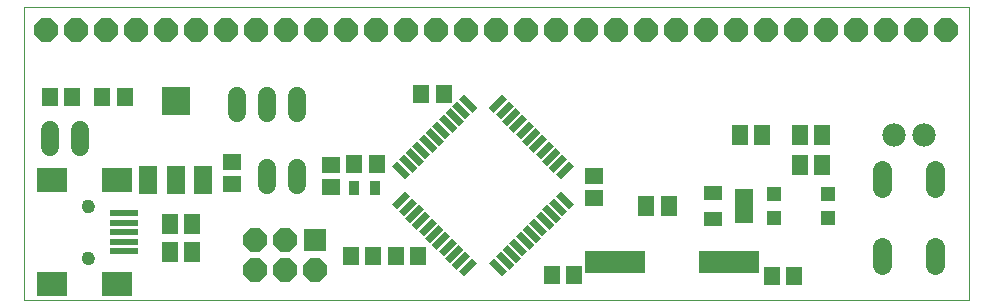
<source format=gts>
G75*
G70*
%OFA0B0*%
%FSLAX24Y24*%
%IPPOS*%
%LPD*%
%AMOC8*
5,1,8,0,0,1.08239X$1,22.5*
%
%ADD10C,0.0000*%
%ADD11R,0.0631X0.0237*%
%ADD12R,0.0237X0.0631*%
%ADD13R,0.0552X0.0631*%
%ADD14R,0.0631X0.0552*%
%ADD15R,0.0780X0.0780*%
%ADD16OC8,0.0780*%
%ADD17R,0.0552X0.0670*%
%ADD18C,0.0640*%
%ADD19C,0.0780*%
%ADD20R,0.0985X0.0827*%
%ADD21R,0.0949X0.0237*%
%ADD22C,0.0434*%
%ADD23OC8,0.0800*%
%ADD24R,0.2040X0.0740*%
%ADD25C,0.0600*%
%ADD26R,0.0355X0.0512*%
%ADD27R,0.0640X0.0940*%
%ADD28R,0.0940X0.0940*%
%ADD29R,0.0512X0.0512*%
%ADD30R,0.0591X0.1142*%
%ADD31R,0.0591X0.0512*%
D10*
X000202Y000242D02*
X000202Y009992D01*
X031702Y009992D01*
X031702Y000242D01*
X000202Y000242D01*
X002148Y001626D02*
X002150Y001653D01*
X002156Y001680D01*
X002165Y001706D01*
X002178Y001730D01*
X002194Y001753D01*
X002213Y001772D01*
X002235Y001789D01*
X002259Y001803D01*
X002284Y001813D01*
X002311Y001820D01*
X002338Y001823D01*
X002366Y001822D01*
X002393Y001817D01*
X002419Y001809D01*
X002443Y001797D01*
X002466Y001781D01*
X002487Y001763D01*
X002504Y001742D01*
X002519Y001718D01*
X002530Y001693D01*
X002538Y001667D01*
X002542Y001640D01*
X002542Y001612D01*
X002538Y001585D01*
X002530Y001559D01*
X002519Y001534D01*
X002504Y001510D01*
X002487Y001489D01*
X002466Y001471D01*
X002444Y001455D01*
X002419Y001443D01*
X002393Y001435D01*
X002366Y001430D01*
X002338Y001429D01*
X002311Y001432D01*
X002284Y001439D01*
X002259Y001449D01*
X002235Y001463D01*
X002213Y001480D01*
X002194Y001499D01*
X002178Y001522D01*
X002165Y001546D01*
X002156Y001572D01*
X002150Y001599D01*
X002148Y001626D01*
X002148Y003358D02*
X002150Y003385D01*
X002156Y003412D01*
X002165Y003438D01*
X002178Y003462D01*
X002194Y003485D01*
X002213Y003504D01*
X002235Y003521D01*
X002259Y003535D01*
X002284Y003545D01*
X002311Y003552D01*
X002338Y003555D01*
X002366Y003554D01*
X002393Y003549D01*
X002419Y003541D01*
X002443Y003529D01*
X002466Y003513D01*
X002487Y003495D01*
X002504Y003474D01*
X002519Y003450D01*
X002530Y003425D01*
X002538Y003399D01*
X002542Y003372D01*
X002542Y003344D01*
X002538Y003317D01*
X002530Y003291D01*
X002519Y003266D01*
X002504Y003242D01*
X002487Y003221D01*
X002466Y003203D01*
X002444Y003187D01*
X002419Y003175D01*
X002393Y003167D01*
X002366Y003162D01*
X002338Y003161D01*
X002311Y003164D01*
X002284Y003171D01*
X002259Y003181D01*
X002235Y003195D01*
X002213Y003212D01*
X002194Y003231D01*
X002178Y003254D01*
X002165Y003278D01*
X002156Y003304D01*
X002150Y003331D01*
X002148Y003358D01*
D11*
G36*
X013091Y003693D02*
X012646Y003248D01*
X012479Y003415D01*
X012924Y003860D01*
X013091Y003693D01*
G37*
G36*
X013314Y003470D02*
X012869Y003025D01*
X012702Y003192D01*
X013147Y003637D01*
X013314Y003470D01*
G37*
G36*
X013537Y003248D02*
X013092Y002803D01*
X012925Y002970D01*
X013370Y003415D01*
X013537Y003248D01*
G37*
G36*
X013759Y003025D02*
X013314Y002580D01*
X013147Y002747D01*
X013592Y003192D01*
X013759Y003025D01*
G37*
G36*
X013982Y002802D02*
X013537Y002357D01*
X013370Y002524D01*
X013815Y002969D01*
X013982Y002802D01*
G37*
G36*
X014205Y002579D02*
X013760Y002134D01*
X013593Y002301D01*
X014038Y002746D01*
X014205Y002579D01*
G37*
G36*
X014427Y002357D02*
X013982Y001912D01*
X013815Y002079D01*
X014260Y002524D01*
X014427Y002357D01*
G37*
G36*
X014650Y002134D02*
X014205Y001689D01*
X014038Y001856D01*
X014483Y002301D01*
X014650Y002134D01*
G37*
G36*
X014873Y001911D02*
X014428Y001466D01*
X014261Y001633D01*
X014706Y002078D01*
X014873Y001911D01*
G37*
G36*
X015096Y001689D02*
X014651Y001244D01*
X014484Y001411D01*
X014929Y001856D01*
X015096Y001689D01*
G37*
G36*
X015318Y001466D02*
X014873Y001021D01*
X014706Y001188D01*
X015151Y001633D01*
X015318Y001466D01*
G37*
G36*
X018548Y004695D02*
X018103Y004250D01*
X017936Y004417D01*
X018381Y004862D01*
X018548Y004695D01*
G37*
G36*
X018325Y004918D02*
X017880Y004473D01*
X017713Y004640D01*
X018158Y005085D01*
X018325Y004918D01*
G37*
G36*
X018102Y005141D02*
X017657Y004696D01*
X017490Y004863D01*
X017935Y005308D01*
X018102Y005141D01*
G37*
G36*
X017879Y005363D02*
X017434Y004918D01*
X017267Y005085D01*
X017712Y005530D01*
X017879Y005363D01*
G37*
G36*
X017657Y005586D02*
X017212Y005141D01*
X017045Y005308D01*
X017490Y005753D01*
X017657Y005586D01*
G37*
G36*
X017434Y005809D02*
X016989Y005364D01*
X016822Y005531D01*
X017267Y005976D01*
X017434Y005809D01*
G37*
G36*
X017211Y006031D02*
X016766Y005586D01*
X016599Y005753D01*
X017044Y006198D01*
X017211Y006031D01*
G37*
G36*
X016989Y006254D02*
X016544Y005809D01*
X016377Y005976D01*
X016822Y006421D01*
X016989Y006254D01*
G37*
G36*
X016766Y006477D02*
X016321Y006032D01*
X016154Y006199D01*
X016599Y006644D01*
X016766Y006477D01*
G37*
G36*
X016543Y006700D02*
X016098Y006255D01*
X015931Y006422D01*
X016376Y006867D01*
X016543Y006700D01*
G37*
G36*
X016320Y006922D02*
X015875Y006477D01*
X015708Y006644D01*
X016153Y007089D01*
X016320Y006922D01*
G37*
D12*
G36*
X015318Y006644D02*
X015151Y006477D01*
X014706Y006922D01*
X014873Y007089D01*
X015318Y006644D01*
G37*
G36*
X015096Y006422D02*
X014929Y006255D01*
X014484Y006700D01*
X014651Y006867D01*
X015096Y006422D01*
G37*
G36*
X014873Y006199D02*
X014706Y006032D01*
X014261Y006477D01*
X014428Y006644D01*
X014873Y006199D01*
G37*
G36*
X014650Y005976D02*
X014483Y005809D01*
X014038Y006254D01*
X014205Y006421D01*
X014650Y005976D01*
G37*
G36*
X014427Y005753D02*
X014260Y005586D01*
X013815Y006031D01*
X013982Y006198D01*
X014427Y005753D01*
G37*
G36*
X014205Y005531D02*
X014038Y005364D01*
X013593Y005809D01*
X013760Y005976D01*
X014205Y005531D01*
G37*
G36*
X013982Y005308D02*
X013815Y005141D01*
X013370Y005586D01*
X013537Y005753D01*
X013982Y005308D01*
G37*
G36*
X013759Y005085D02*
X013592Y004918D01*
X013147Y005363D01*
X013314Y005530D01*
X013759Y005085D01*
G37*
G36*
X013537Y004863D02*
X013370Y004696D01*
X012925Y005141D01*
X013092Y005308D01*
X013537Y004863D01*
G37*
G36*
X013314Y004640D02*
X013147Y004473D01*
X012702Y004918D01*
X012869Y005085D01*
X013314Y004640D01*
G37*
G36*
X013091Y004417D02*
X012924Y004250D01*
X012479Y004695D01*
X012646Y004862D01*
X013091Y004417D01*
G37*
G36*
X017879Y002747D02*
X017712Y002580D01*
X017267Y003025D01*
X017434Y003192D01*
X017879Y002747D01*
G37*
G36*
X017657Y002524D02*
X017490Y002357D01*
X017045Y002802D01*
X017212Y002969D01*
X017657Y002524D01*
G37*
G36*
X017434Y002301D02*
X017267Y002134D01*
X016822Y002579D01*
X016989Y002746D01*
X017434Y002301D01*
G37*
G36*
X017211Y002079D02*
X017044Y001912D01*
X016599Y002357D01*
X016766Y002524D01*
X017211Y002079D01*
G37*
G36*
X016989Y001856D02*
X016822Y001689D01*
X016377Y002134D01*
X016544Y002301D01*
X016989Y001856D01*
G37*
G36*
X016766Y001633D02*
X016599Y001466D01*
X016154Y001911D01*
X016321Y002078D01*
X016766Y001633D01*
G37*
G36*
X016543Y001411D02*
X016376Y001244D01*
X015931Y001689D01*
X016098Y001856D01*
X016543Y001411D01*
G37*
G36*
X016320Y001188D02*
X016153Y001021D01*
X015708Y001466D01*
X015875Y001633D01*
X016320Y001188D01*
G37*
G36*
X018102Y002970D02*
X017935Y002803D01*
X017490Y003248D01*
X017657Y003415D01*
X018102Y002970D01*
G37*
G36*
X018325Y003192D02*
X018158Y003025D01*
X017713Y003470D01*
X017880Y003637D01*
X018325Y003192D01*
G37*
G36*
X018548Y003415D02*
X018381Y003248D01*
X017936Y003693D01*
X018103Y003860D01*
X018548Y003415D01*
G37*
D13*
X013351Y001682D03*
X012603Y001682D03*
X011856Y001712D03*
X011108Y001712D03*
X017803Y001062D03*
X018551Y001062D03*
X025133Y001032D03*
X025881Y001032D03*
X011966Y004757D03*
X011218Y004757D03*
X013463Y007107D03*
X014211Y007107D03*
X003576Y006992D03*
X002828Y006992D03*
X001826Y006992D03*
X001078Y006992D03*
D14*
X007147Y004831D03*
X007147Y004083D03*
X010452Y003993D03*
X010452Y004741D03*
X019202Y004366D03*
X019202Y003618D03*
D15*
X009902Y002232D03*
D16*
X008902Y002232D03*
X007902Y002232D03*
X007902Y001232D03*
X008902Y001232D03*
X009902Y001232D03*
D17*
X005826Y001832D03*
X005078Y001832D03*
X005078Y002752D03*
X005826Y002752D03*
X020953Y003367D03*
X021701Y003367D03*
X026078Y004742D03*
X026826Y004742D03*
X026826Y005742D03*
X026078Y005742D03*
X024826Y005742D03*
X024078Y005742D03*
D18*
X028812Y004572D02*
X028812Y003972D01*
X030592Y003972D02*
X030592Y004572D01*
X030592Y002012D02*
X030592Y001412D01*
X028812Y001412D02*
X028812Y002012D01*
D19*
X029202Y005742D03*
X030202Y005742D03*
D20*
X003330Y004224D03*
X001164Y004224D03*
X001164Y000760D03*
X003330Y000760D03*
D21*
X003552Y001862D03*
X003552Y002177D03*
X003552Y002492D03*
X003552Y002807D03*
X003552Y003122D03*
D22*
X002345Y003358D03*
X002345Y001626D03*
D23*
X001952Y009242D03*
X002952Y009242D03*
X003952Y009242D03*
X004952Y009242D03*
X005952Y009242D03*
X006952Y009242D03*
X007952Y009242D03*
X008952Y009242D03*
X009952Y009242D03*
X010952Y009242D03*
X011952Y009242D03*
X012952Y009242D03*
X013952Y009242D03*
X014952Y009242D03*
X015952Y009242D03*
X016952Y009242D03*
X017952Y009242D03*
X018952Y009242D03*
X019952Y009242D03*
X020952Y009242D03*
X021952Y009242D03*
X022952Y009242D03*
X023952Y009242D03*
X024952Y009242D03*
X025952Y009242D03*
X026952Y009242D03*
X027952Y009242D03*
X028952Y009242D03*
X029952Y009242D03*
X030952Y009242D03*
X000952Y009242D03*
D24*
X019927Y001492D03*
X023727Y001492D03*
D25*
X009322Y004057D02*
X009322Y004617D01*
X008322Y004617D02*
X008322Y004057D01*
X002077Y005337D02*
X002077Y005897D01*
X001077Y005897D02*
X001077Y005337D01*
X007312Y006457D02*
X007312Y007017D01*
X008312Y007017D02*
X008312Y006457D01*
X009312Y006457D02*
X009312Y007017D01*
D26*
X011207Y003952D03*
X011916Y003952D03*
D27*
X006175Y004235D03*
X005265Y004235D03*
X004355Y004235D03*
D28*
X005265Y006875D03*
D29*
X025202Y003780D03*
X027014Y003780D03*
X027014Y002954D03*
X025202Y002954D03*
D30*
X024213Y003367D03*
D31*
X023190Y003800D03*
X023190Y002934D03*
M02*

</source>
